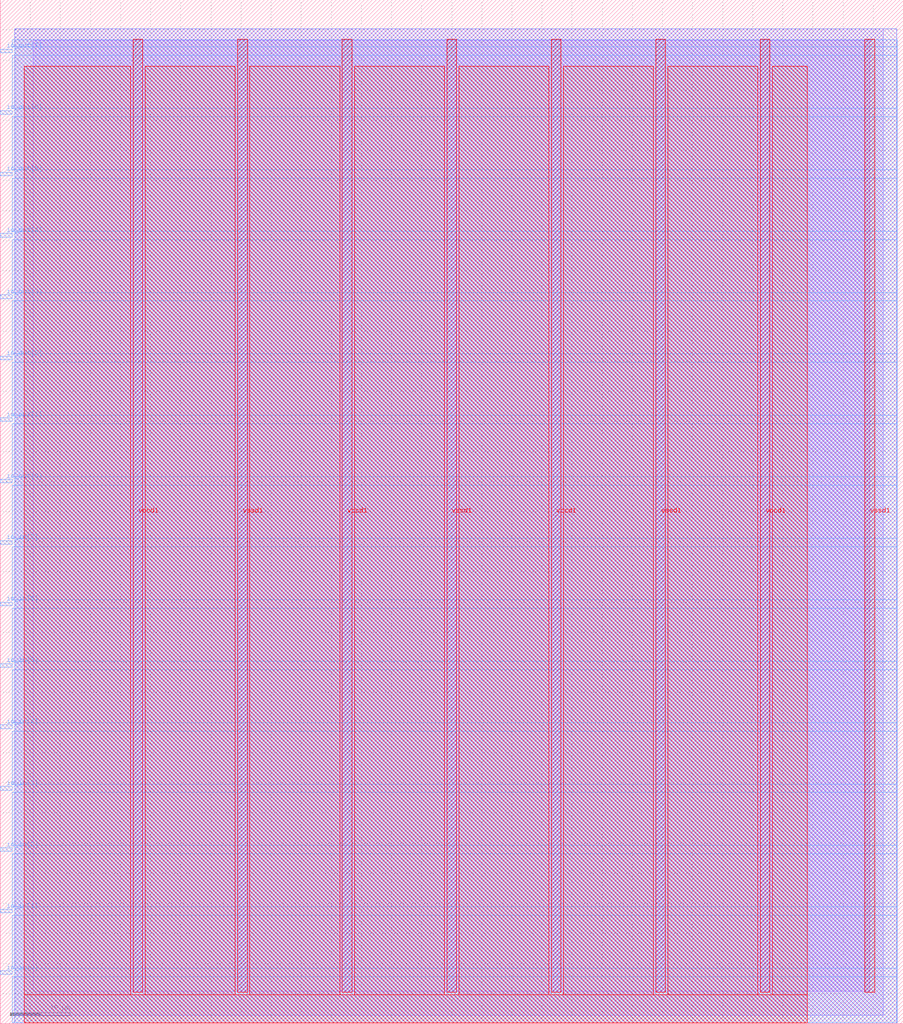
<source format=lef>
VERSION 5.7 ;
  NOWIREEXTENSIONATPIN ON ;
  DIVIDERCHAR "/" ;
  BUSBITCHARS "[]" ;
MACRO dratini0_fsk_modem_top
  CLASS BLOCK ;
  FOREIGN dratini0_fsk_modem_top ;
  ORIGIN 0.000 0.000 ;
  SIZE 150.000 BY 170.000 ;
  PIN io_in[0]
    DIRECTION INPUT ;
    USE SIGNAL ;
    PORT
      LAYER met3 ;
        RECT 0.000 8.200 2.000 8.800 ;
    END
  END io_in[0]
  PIN io_in[1]
    DIRECTION INPUT ;
    USE SIGNAL ;
    PORT
      LAYER met3 ;
        RECT 0.000 18.400 2.000 19.000 ;
    END
  END io_in[1]
  PIN io_in[2]
    DIRECTION INPUT ;
    USE SIGNAL ;
    PORT
      LAYER met3 ;
        RECT 0.000 28.600 2.000 29.200 ;
    END
  END io_in[2]
  PIN io_in[3]
    DIRECTION INPUT ;
    USE SIGNAL ;
    PORT
      LAYER met3 ;
        RECT 0.000 38.800 2.000 39.400 ;
    END
  END io_in[3]
  PIN io_in[4]
    DIRECTION INPUT ;
    USE SIGNAL ;
    PORT
      LAYER met3 ;
        RECT 0.000 49.000 2.000 49.600 ;
    END
  END io_in[4]
  PIN io_in[5]
    DIRECTION INPUT ;
    USE SIGNAL ;
    PORT
      LAYER met3 ;
        RECT 0.000 59.200 2.000 59.800 ;
    END
  END io_in[5]
  PIN io_in[6]
    DIRECTION INPUT ;
    USE SIGNAL ;
    PORT
      LAYER met3 ;
        RECT 0.000 69.400 2.000 70.000 ;
    END
  END io_in[6]
  PIN io_in[7]
    DIRECTION INPUT ;
    USE SIGNAL ;
    PORT
      LAYER met3 ;
        RECT 0.000 79.600 2.000 80.200 ;
    END
  END io_in[7]
  PIN io_out[0]
    DIRECTION OUTPUT TRISTATE ;
    USE SIGNAL ;
    PORT
      LAYER met3 ;
        RECT 0.000 89.800 2.000 90.400 ;
    END
  END io_out[0]
  PIN io_out[1]
    DIRECTION OUTPUT TRISTATE ;
    USE SIGNAL ;
    PORT
      LAYER met3 ;
        RECT 0.000 100.000 2.000 100.600 ;
    END
  END io_out[1]
  PIN io_out[2]
    DIRECTION OUTPUT TRISTATE ;
    USE SIGNAL ;
    PORT
      LAYER met3 ;
        RECT 0.000 110.200 2.000 110.800 ;
    END
  END io_out[2]
  PIN io_out[3]
    DIRECTION OUTPUT TRISTATE ;
    USE SIGNAL ;
    PORT
      LAYER met3 ;
        RECT 0.000 120.400 2.000 121.000 ;
    END
  END io_out[3]
  PIN io_out[4]
    DIRECTION OUTPUT TRISTATE ;
    USE SIGNAL ;
    PORT
      LAYER met3 ;
        RECT 0.000 130.600 2.000 131.200 ;
    END
  END io_out[4]
  PIN io_out[5]
    DIRECTION OUTPUT TRISTATE ;
    USE SIGNAL ;
    PORT
      LAYER met3 ;
        RECT 0.000 140.800 2.000 141.400 ;
    END
  END io_out[5]
  PIN io_out[6]
    DIRECTION OUTPUT TRISTATE ;
    USE SIGNAL ;
    PORT
      LAYER met3 ;
        RECT 0.000 151.000 2.000 151.600 ;
    END
  END io_out[6]
  PIN io_out[7]
    DIRECTION OUTPUT TRISTATE ;
    USE SIGNAL ;
    PORT
      LAYER met3 ;
        RECT 0.000 161.200 2.000 161.800 ;
    END
  END io_out[7]
  PIN vccd1
    DIRECTION INOUT ;
    USE POWER ;
    PORT
      LAYER met4 ;
        RECT 22.085 5.200 23.685 163.440 ;
    END
    PORT
      LAYER met4 ;
        RECT 56.815 5.200 58.415 163.440 ;
    END
    PORT
      LAYER met4 ;
        RECT 91.545 5.200 93.145 163.440 ;
    END
    PORT
      LAYER met4 ;
        RECT 126.275 5.200 127.875 163.440 ;
    END
  END vccd1
  PIN vssd1
    DIRECTION INOUT ;
    USE GROUND ;
    PORT
      LAYER met4 ;
        RECT 39.450 5.200 41.050 163.440 ;
    END
    PORT
      LAYER met4 ;
        RECT 74.180 5.200 75.780 163.440 ;
    END
    PORT
      LAYER met4 ;
        RECT 108.910 5.200 110.510 163.440 ;
    END
    PORT
      LAYER met4 ;
        RECT 143.640 5.200 145.240 163.440 ;
    END
  END vssd1
  OBS
      LAYER li1 ;
        RECT 5.520 5.355 144.440 163.285 ;
      LAYER met1 ;
        RECT 2.370 1.400 146.670 165.200 ;
      LAYER met2 ;
        RECT 2.390 0.155 148.950 165.230 ;
      LAYER met3 ;
        RECT 2.000 162.200 148.975 163.365 ;
        RECT 2.400 160.800 148.975 162.200 ;
        RECT 2.000 152.000 148.975 160.800 ;
        RECT 2.400 150.600 148.975 152.000 ;
        RECT 2.000 141.800 148.975 150.600 ;
        RECT 2.400 140.400 148.975 141.800 ;
        RECT 2.000 131.600 148.975 140.400 ;
        RECT 2.400 130.200 148.975 131.600 ;
        RECT 2.000 121.400 148.975 130.200 ;
        RECT 2.400 120.000 148.975 121.400 ;
        RECT 2.000 111.200 148.975 120.000 ;
        RECT 2.400 109.800 148.975 111.200 ;
        RECT 2.000 101.000 148.975 109.800 ;
        RECT 2.400 99.600 148.975 101.000 ;
        RECT 2.000 90.800 148.975 99.600 ;
        RECT 2.400 89.400 148.975 90.800 ;
        RECT 2.000 80.600 148.975 89.400 ;
        RECT 2.400 79.200 148.975 80.600 ;
        RECT 2.000 70.400 148.975 79.200 ;
        RECT 2.400 69.000 148.975 70.400 ;
        RECT 2.000 60.200 148.975 69.000 ;
        RECT 2.400 58.800 148.975 60.200 ;
        RECT 2.000 50.000 148.975 58.800 ;
        RECT 2.400 48.600 148.975 50.000 ;
        RECT 2.000 39.800 148.975 48.600 ;
        RECT 2.400 38.400 148.975 39.800 ;
        RECT 2.000 29.600 148.975 38.400 ;
        RECT 2.400 28.200 148.975 29.600 ;
        RECT 2.000 19.400 148.975 28.200 ;
        RECT 2.400 18.000 148.975 19.400 ;
        RECT 2.000 9.200 148.975 18.000 ;
        RECT 2.400 7.800 148.975 9.200 ;
        RECT 2.000 0.175 148.975 7.800 ;
      LAYER met4 ;
        RECT 3.975 4.800 21.685 158.945 ;
        RECT 24.085 4.800 39.050 158.945 ;
        RECT 41.450 4.800 56.415 158.945 ;
        RECT 58.815 4.800 73.780 158.945 ;
        RECT 76.180 4.800 91.145 158.945 ;
        RECT 93.545 4.800 108.510 158.945 ;
        RECT 110.910 4.800 125.875 158.945 ;
        RECT 128.275 4.800 134.025 158.945 ;
        RECT 3.975 0.175 134.025 4.800 ;
  END
END dratini0_fsk_modem_top
END LIBRARY


</source>
